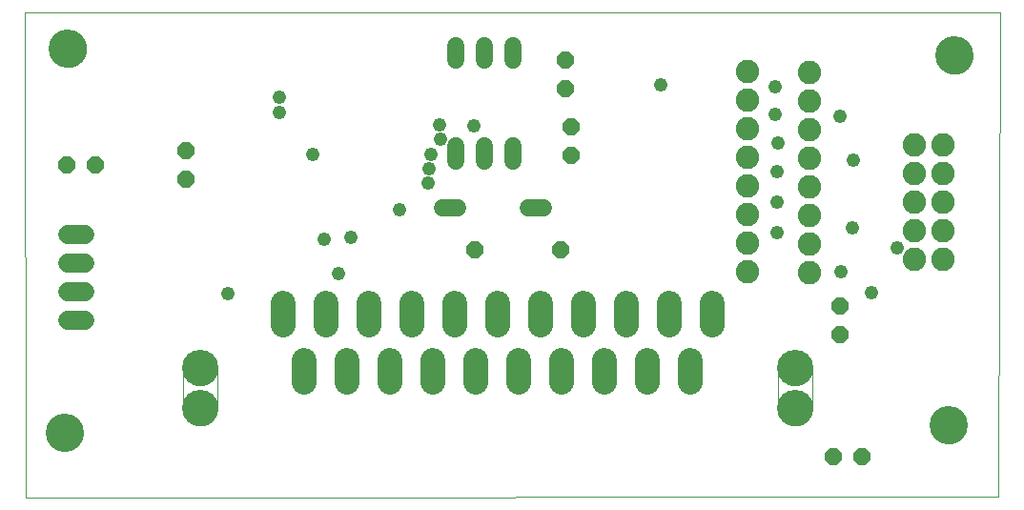
<source format=gbs>
G75*
%MOIN*%
%OFA0B0*%
%FSLAX25Y25*%
%IPPOS*%
%LPD*%
%AMOC8*
5,1,8,0,0,1.08239X$1,22.5*
%
%ADD10C,0.00000*%
%ADD11C,0.13398*%
%ADD12OC8,0.06000*%
%ADD13C,0.06000*%
%ADD14C,0.00009*%
%ADD15C,0.08600*%
%ADD16C,0.12700*%
%ADD17C,0.08200*%
%ADD18C,0.06800*%
%ADD19C,0.04800*%
D10*
X0002378Y0001591D02*
X0001984Y0171394D01*
X0343008Y0171394D01*
X0342614Y0001984D01*
X0002378Y0001591D01*
X0009780Y0024346D02*
X0009782Y0024504D01*
X0009788Y0024662D01*
X0009798Y0024820D01*
X0009812Y0024978D01*
X0009830Y0025135D01*
X0009851Y0025292D01*
X0009877Y0025448D01*
X0009907Y0025604D01*
X0009940Y0025759D01*
X0009978Y0025912D01*
X0010019Y0026065D01*
X0010064Y0026217D01*
X0010113Y0026368D01*
X0010166Y0026517D01*
X0010222Y0026665D01*
X0010282Y0026811D01*
X0010346Y0026956D01*
X0010414Y0027099D01*
X0010485Y0027241D01*
X0010559Y0027381D01*
X0010637Y0027518D01*
X0010719Y0027654D01*
X0010803Y0027788D01*
X0010892Y0027919D01*
X0010983Y0028048D01*
X0011078Y0028175D01*
X0011175Y0028300D01*
X0011276Y0028422D01*
X0011380Y0028541D01*
X0011487Y0028658D01*
X0011597Y0028772D01*
X0011710Y0028883D01*
X0011825Y0028992D01*
X0011943Y0029097D01*
X0012064Y0029199D01*
X0012187Y0029299D01*
X0012313Y0029395D01*
X0012441Y0029488D01*
X0012571Y0029578D01*
X0012704Y0029664D01*
X0012839Y0029748D01*
X0012975Y0029827D01*
X0013114Y0029904D01*
X0013255Y0029976D01*
X0013397Y0030046D01*
X0013541Y0030111D01*
X0013687Y0030173D01*
X0013834Y0030231D01*
X0013983Y0030286D01*
X0014133Y0030337D01*
X0014284Y0030384D01*
X0014436Y0030427D01*
X0014589Y0030466D01*
X0014744Y0030502D01*
X0014899Y0030533D01*
X0015055Y0030561D01*
X0015211Y0030585D01*
X0015368Y0030605D01*
X0015526Y0030621D01*
X0015683Y0030633D01*
X0015842Y0030641D01*
X0016000Y0030645D01*
X0016158Y0030645D01*
X0016316Y0030641D01*
X0016475Y0030633D01*
X0016632Y0030621D01*
X0016790Y0030605D01*
X0016947Y0030585D01*
X0017103Y0030561D01*
X0017259Y0030533D01*
X0017414Y0030502D01*
X0017569Y0030466D01*
X0017722Y0030427D01*
X0017874Y0030384D01*
X0018025Y0030337D01*
X0018175Y0030286D01*
X0018324Y0030231D01*
X0018471Y0030173D01*
X0018617Y0030111D01*
X0018761Y0030046D01*
X0018903Y0029976D01*
X0019044Y0029904D01*
X0019183Y0029827D01*
X0019319Y0029748D01*
X0019454Y0029664D01*
X0019587Y0029578D01*
X0019717Y0029488D01*
X0019845Y0029395D01*
X0019971Y0029299D01*
X0020094Y0029199D01*
X0020215Y0029097D01*
X0020333Y0028992D01*
X0020448Y0028883D01*
X0020561Y0028772D01*
X0020671Y0028658D01*
X0020778Y0028541D01*
X0020882Y0028422D01*
X0020983Y0028300D01*
X0021080Y0028175D01*
X0021175Y0028048D01*
X0021266Y0027919D01*
X0021355Y0027788D01*
X0021439Y0027654D01*
X0021521Y0027518D01*
X0021599Y0027381D01*
X0021673Y0027241D01*
X0021744Y0027099D01*
X0021812Y0026956D01*
X0021876Y0026811D01*
X0021936Y0026665D01*
X0021992Y0026517D01*
X0022045Y0026368D01*
X0022094Y0026217D01*
X0022139Y0026065D01*
X0022180Y0025912D01*
X0022218Y0025759D01*
X0022251Y0025604D01*
X0022281Y0025448D01*
X0022307Y0025292D01*
X0022328Y0025135D01*
X0022346Y0024978D01*
X0022360Y0024820D01*
X0022370Y0024662D01*
X0022376Y0024504D01*
X0022378Y0024346D01*
X0022376Y0024188D01*
X0022370Y0024030D01*
X0022360Y0023872D01*
X0022346Y0023714D01*
X0022328Y0023557D01*
X0022307Y0023400D01*
X0022281Y0023244D01*
X0022251Y0023088D01*
X0022218Y0022933D01*
X0022180Y0022780D01*
X0022139Y0022627D01*
X0022094Y0022475D01*
X0022045Y0022324D01*
X0021992Y0022175D01*
X0021936Y0022027D01*
X0021876Y0021881D01*
X0021812Y0021736D01*
X0021744Y0021593D01*
X0021673Y0021451D01*
X0021599Y0021311D01*
X0021521Y0021174D01*
X0021439Y0021038D01*
X0021355Y0020904D01*
X0021266Y0020773D01*
X0021175Y0020644D01*
X0021080Y0020517D01*
X0020983Y0020392D01*
X0020882Y0020270D01*
X0020778Y0020151D01*
X0020671Y0020034D01*
X0020561Y0019920D01*
X0020448Y0019809D01*
X0020333Y0019700D01*
X0020215Y0019595D01*
X0020094Y0019493D01*
X0019971Y0019393D01*
X0019845Y0019297D01*
X0019717Y0019204D01*
X0019587Y0019114D01*
X0019454Y0019028D01*
X0019319Y0018944D01*
X0019183Y0018865D01*
X0019044Y0018788D01*
X0018903Y0018716D01*
X0018761Y0018646D01*
X0018617Y0018581D01*
X0018471Y0018519D01*
X0018324Y0018461D01*
X0018175Y0018406D01*
X0018025Y0018355D01*
X0017874Y0018308D01*
X0017722Y0018265D01*
X0017569Y0018226D01*
X0017414Y0018190D01*
X0017259Y0018159D01*
X0017103Y0018131D01*
X0016947Y0018107D01*
X0016790Y0018087D01*
X0016632Y0018071D01*
X0016475Y0018059D01*
X0016316Y0018051D01*
X0016158Y0018047D01*
X0016000Y0018047D01*
X0015842Y0018051D01*
X0015683Y0018059D01*
X0015526Y0018071D01*
X0015368Y0018087D01*
X0015211Y0018107D01*
X0015055Y0018131D01*
X0014899Y0018159D01*
X0014744Y0018190D01*
X0014589Y0018226D01*
X0014436Y0018265D01*
X0014284Y0018308D01*
X0014133Y0018355D01*
X0013983Y0018406D01*
X0013834Y0018461D01*
X0013687Y0018519D01*
X0013541Y0018581D01*
X0013397Y0018646D01*
X0013255Y0018716D01*
X0013114Y0018788D01*
X0012975Y0018865D01*
X0012839Y0018944D01*
X0012704Y0019028D01*
X0012571Y0019114D01*
X0012441Y0019204D01*
X0012313Y0019297D01*
X0012187Y0019393D01*
X0012064Y0019493D01*
X0011943Y0019595D01*
X0011825Y0019700D01*
X0011710Y0019809D01*
X0011597Y0019920D01*
X0011487Y0020034D01*
X0011380Y0020151D01*
X0011276Y0020270D01*
X0011175Y0020392D01*
X0011078Y0020517D01*
X0010983Y0020644D01*
X0010892Y0020773D01*
X0010803Y0020904D01*
X0010719Y0021038D01*
X0010637Y0021174D01*
X0010559Y0021311D01*
X0010485Y0021451D01*
X0010414Y0021593D01*
X0010346Y0021736D01*
X0010282Y0021881D01*
X0010222Y0022027D01*
X0010166Y0022175D01*
X0010113Y0022324D01*
X0010064Y0022475D01*
X0010019Y0022627D01*
X0009978Y0022780D01*
X0009940Y0022933D01*
X0009907Y0023088D01*
X0009877Y0023244D01*
X0009851Y0023400D01*
X0009830Y0023557D01*
X0009812Y0023714D01*
X0009798Y0023872D01*
X0009788Y0024030D01*
X0009782Y0024188D01*
X0009780Y0024346D01*
X0057428Y0032921D02*
X0057430Y0033075D01*
X0057436Y0033229D01*
X0057446Y0033382D01*
X0057460Y0033535D01*
X0057478Y0033688D01*
X0057499Y0033840D01*
X0057525Y0033992D01*
X0057555Y0034143D01*
X0057588Y0034293D01*
X0057626Y0034442D01*
X0057667Y0034591D01*
X0057712Y0034738D01*
X0057761Y0034884D01*
X0057814Y0035028D01*
X0057870Y0035171D01*
X0057930Y0035313D01*
X0057994Y0035453D01*
X0058061Y0035591D01*
X0058132Y0035728D01*
X0058206Y0035863D01*
X0058284Y0035995D01*
X0058365Y0036126D01*
X0058450Y0036255D01*
X0058537Y0036381D01*
X0058628Y0036505D01*
X0058723Y0036626D01*
X0058820Y0036746D01*
X0058920Y0036862D01*
X0059024Y0036976D01*
X0059130Y0037087D01*
X0059239Y0037196D01*
X0059351Y0037301D01*
X0059466Y0037404D01*
X0059583Y0037504D01*
X0059703Y0037600D01*
X0059825Y0037694D01*
X0059949Y0037784D01*
X0060076Y0037871D01*
X0060205Y0037955D01*
X0060337Y0038035D01*
X0060470Y0038112D01*
X0060605Y0038185D01*
X0060742Y0038255D01*
X0060881Y0038322D01*
X0061021Y0038384D01*
X0061163Y0038443D01*
X0061307Y0038499D01*
X0061452Y0038551D01*
X0061598Y0038598D01*
X0061745Y0038643D01*
X0061894Y0038683D01*
X0062043Y0038719D01*
X0062194Y0038752D01*
X0062345Y0038781D01*
X0062497Y0038805D01*
X0062649Y0038826D01*
X0062802Y0038843D01*
X0062955Y0038856D01*
X0063109Y0038865D01*
X0063263Y0038870D01*
X0063416Y0038871D01*
X0063570Y0038868D01*
X0063724Y0038861D01*
X0063877Y0038850D01*
X0064031Y0038835D01*
X0064183Y0038816D01*
X0064335Y0038793D01*
X0064487Y0038767D01*
X0064638Y0038736D01*
X0064788Y0038702D01*
X0064937Y0038663D01*
X0065084Y0038621D01*
X0065231Y0038575D01*
X0065377Y0038525D01*
X0065521Y0038472D01*
X0065664Y0038414D01*
X0065805Y0038353D01*
X0065945Y0038289D01*
X0066083Y0038221D01*
X0066219Y0038149D01*
X0066353Y0038074D01*
X0066485Y0037995D01*
X0066615Y0037913D01*
X0066743Y0037828D01*
X0066869Y0037739D01*
X0066992Y0037647D01*
X0067113Y0037552D01*
X0067232Y0037454D01*
X0067348Y0037353D01*
X0067461Y0037249D01*
X0067572Y0037142D01*
X0067679Y0037032D01*
X0067784Y0036919D01*
X0067886Y0036804D01*
X0067985Y0036686D01*
X0068081Y0036566D01*
X0068174Y0036443D01*
X0068263Y0036318D01*
X0068349Y0036191D01*
X0068432Y0036061D01*
X0068512Y0035929D01*
X0068588Y0035796D01*
X0068660Y0035660D01*
X0068729Y0035522D01*
X0068795Y0035383D01*
X0068857Y0035242D01*
X0068915Y0035100D01*
X0068969Y0034956D01*
X0069020Y0034811D01*
X0069067Y0034664D01*
X0069110Y0034517D01*
X0069149Y0034368D01*
X0069185Y0034218D01*
X0069216Y0034068D01*
X0069244Y0033916D01*
X0069268Y0033764D01*
X0069288Y0033612D01*
X0069304Y0033459D01*
X0069316Y0033305D01*
X0069324Y0033152D01*
X0069328Y0032998D01*
X0069328Y0032844D01*
X0069324Y0032690D01*
X0069316Y0032537D01*
X0069304Y0032383D01*
X0069288Y0032230D01*
X0069268Y0032078D01*
X0069244Y0031926D01*
X0069216Y0031774D01*
X0069185Y0031624D01*
X0069149Y0031474D01*
X0069110Y0031325D01*
X0069067Y0031178D01*
X0069020Y0031031D01*
X0068969Y0030886D01*
X0068915Y0030742D01*
X0068857Y0030600D01*
X0068795Y0030459D01*
X0068729Y0030320D01*
X0068660Y0030182D01*
X0068588Y0030046D01*
X0068512Y0029913D01*
X0068432Y0029781D01*
X0068349Y0029651D01*
X0068263Y0029524D01*
X0068174Y0029399D01*
X0068081Y0029276D01*
X0067985Y0029156D01*
X0067886Y0029038D01*
X0067784Y0028923D01*
X0067679Y0028810D01*
X0067572Y0028700D01*
X0067461Y0028593D01*
X0067348Y0028489D01*
X0067232Y0028388D01*
X0067113Y0028290D01*
X0066992Y0028195D01*
X0066869Y0028103D01*
X0066743Y0028014D01*
X0066615Y0027929D01*
X0066485Y0027847D01*
X0066353Y0027768D01*
X0066219Y0027693D01*
X0066083Y0027621D01*
X0065945Y0027553D01*
X0065805Y0027489D01*
X0065664Y0027428D01*
X0065521Y0027370D01*
X0065377Y0027317D01*
X0065231Y0027267D01*
X0065084Y0027221D01*
X0064937Y0027179D01*
X0064788Y0027140D01*
X0064638Y0027106D01*
X0064487Y0027075D01*
X0064335Y0027049D01*
X0064183Y0027026D01*
X0064031Y0027007D01*
X0063877Y0026992D01*
X0063724Y0026981D01*
X0063570Y0026974D01*
X0063416Y0026971D01*
X0063263Y0026972D01*
X0063109Y0026977D01*
X0062955Y0026986D01*
X0062802Y0026999D01*
X0062649Y0027016D01*
X0062497Y0027037D01*
X0062345Y0027061D01*
X0062194Y0027090D01*
X0062043Y0027123D01*
X0061894Y0027159D01*
X0061745Y0027199D01*
X0061598Y0027244D01*
X0061452Y0027291D01*
X0061307Y0027343D01*
X0061163Y0027399D01*
X0061021Y0027458D01*
X0060881Y0027520D01*
X0060742Y0027587D01*
X0060605Y0027657D01*
X0060470Y0027730D01*
X0060337Y0027807D01*
X0060205Y0027887D01*
X0060076Y0027971D01*
X0059949Y0028058D01*
X0059825Y0028148D01*
X0059703Y0028242D01*
X0059583Y0028338D01*
X0059466Y0028438D01*
X0059351Y0028541D01*
X0059239Y0028646D01*
X0059130Y0028755D01*
X0059024Y0028866D01*
X0058920Y0028980D01*
X0058820Y0029096D01*
X0058723Y0029216D01*
X0058628Y0029337D01*
X0058537Y0029461D01*
X0058450Y0029587D01*
X0058365Y0029716D01*
X0058284Y0029847D01*
X0058206Y0029979D01*
X0058132Y0030114D01*
X0058061Y0030251D01*
X0057994Y0030389D01*
X0057930Y0030529D01*
X0057870Y0030671D01*
X0057814Y0030814D01*
X0057761Y0030958D01*
X0057712Y0031104D01*
X0057667Y0031251D01*
X0057626Y0031400D01*
X0057588Y0031549D01*
X0057555Y0031699D01*
X0057525Y0031850D01*
X0057499Y0032002D01*
X0057478Y0032154D01*
X0057460Y0032307D01*
X0057446Y0032460D01*
X0057436Y0032613D01*
X0057430Y0032767D01*
X0057428Y0032921D01*
X0057378Y0032921D02*
X0057380Y0032768D01*
X0057386Y0032615D01*
X0057396Y0032462D01*
X0057409Y0032309D01*
X0057427Y0032157D01*
X0057448Y0032005D01*
X0057474Y0031854D01*
X0057503Y0031704D01*
X0057536Y0031554D01*
X0057573Y0031405D01*
X0057613Y0031257D01*
X0057658Y0031111D01*
X0057706Y0030965D01*
X0057758Y0030821D01*
X0057813Y0030678D01*
X0057872Y0030537D01*
X0057935Y0030397D01*
X0058001Y0030259D01*
X0058071Y0030122D01*
X0058144Y0029988D01*
X0058221Y0029855D01*
X0058301Y0029724D01*
X0058384Y0029596D01*
X0058470Y0029469D01*
X0058560Y0029345D01*
X0058653Y0029223D01*
X0058749Y0029104D01*
X0058848Y0028987D01*
X0058950Y0028872D01*
X0059055Y0028760D01*
X0059163Y0028651D01*
X0059273Y0028545D01*
X0059386Y0028442D01*
X0059502Y0028341D01*
X0059620Y0028244D01*
X0059741Y0028149D01*
X0059864Y0028058D01*
X0059989Y0027970D01*
X0060117Y0027885D01*
X0060246Y0027803D01*
X0060378Y0027725D01*
X0060512Y0027650D01*
X0060647Y0027578D01*
X0060785Y0027510D01*
X0060924Y0027446D01*
X0061064Y0027385D01*
X0061206Y0027328D01*
X0061350Y0027274D01*
X0061495Y0027224D01*
X0061641Y0027178D01*
X0061788Y0027135D01*
X0061936Y0027097D01*
X0062086Y0027062D01*
X0062236Y0027031D01*
X0062386Y0027003D01*
X0062538Y0026980D01*
X0062690Y0026961D01*
X0062842Y0026945D01*
X0062995Y0026933D01*
X0063148Y0026925D01*
X0063301Y0026921D01*
X0063455Y0026921D01*
X0063608Y0026925D01*
X0063761Y0026933D01*
X0063914Y0026945D01*
X0064066Y0026961D01*
X0064218Y0026980D01*
X0064370Y0027003D01*
X0064520Y0027031D01*
X0064670Y0027062D01*
X0064820Y0027097D01*
X0064968Y0027135D01*
X0065115Y0027178D01*
X0065261Y0027224D01*
X0065406Y0027274D01*
X0065550Y0027328D01*
X0065692Y0027385D01*
X0065832Y0027446D01*
X0065971Y0027510D01*
X0066109Y0027578D01*
X0066244Y0027650D01*
X0066378Y0027725D01*
X0066510Y0027803D01*
X0066639Y0027885D01*
X0066767Y0027970D01*
X0066892Y0028058D01*
X0067015Y0028149D01*
X0067136Y0028244D01*
X0067254Y0028341D01*
X0067370Y0028442D01*
X0067483Y0028545D01*
X0067593Y0028651D01*
X0067701Y0028760D01*
X0067806Y0028872D01*
X0067908Y0028987D01*
X0068007Y0029104D01*
X0068103Y0029223D01*
X0068196Y0029345D01*
X0068286Y0029469D01*
X0068372Y0029596D01*
X0068455Y0029724D01*
X0068535Y0029855D01*
X0068612Y0029988D01*
X0068685Y0030122D01*
X0068755Y0030259D01*
X0068821Y0030397D01*
X0068884Y0030537D01*
X0068943Y0030678D01*
X0068998Y0030821D01*
X0069050Y0030965D01*
X0069098Y0031111D01*
X0069143Y0031257D01*
X0069183Y0031405D01*
X0069220Y0031554D01*
X0069253Y0031704D01*
X0069282Y0031854D01*
X0069308Y0032005D01*
X0069329Y0032157D01*
X0069347Y0032309D01*
X0069360Y0032462D01*
X0069370Y0032615D01*
X0069376Y0032768D01*
X0069378Y0032921D01*
X0057428Y0046921D02*
X0057430Y0047075D01*
X0057436Y0047229D01*
X0057446Y0047382D01*
X0057460Y0047535D01*
X0057478Y0047688D01*
X0057499Y0047840D01*
X0057525Y0047992D01*
X0057555Y0048143D01*
X0057588Y0048293D01*
X0057626Y0048442D01*
X0057667Y0048591D01*
X0057712Y0048738D01*
X0057761Y0048884D01*
X0057814Y0049028D01*
X0057870Y0049171D01*
X0057930Y0049313D01*
X0057994Y0049453D01*
X0058061Y0049591D01*
X0058132Y0049728D01*
X0058206Y0049863D01*
X0058284Y0049995D01*
X0058365Y0050126D01*
X0058450Y0050255D01*
X0058537Y0050381D01*
X0058628Y0050505D01*
X0058723Y0050626D01*
X0058820Y0050746D01*
X0058920Y0050862D01*
X0059024Y0050976D01*
X0059130Y0051087D01*
X0059239Y0051196D01*
X0059351Y0051301D01*
X0059466Y0051404D01*
X0059583Y0051504D01*
X0059703Y0051600D01*
X0059825Y0051694D01*
X0059949Y0051784D01*
X0060076Y0051871D01*
X0060205Y0051955D01*
X0060337Y0052035D01*
X0060470Y0052112D01*
X0060605Y0052185D01*
X0060742Y0052255D01*
X0060881Y0052322D01*
X0061021Y0052384D01*
X0061163Y0052443D01*
X0061307Y0052499D01*
X0061452Y0052551D01*
X0061598Y0052598D01*
X0061745Y0052643D01*
X0061894Y0052683D01*
X0062043Y0052719D01*
X0062194Y0052752D01*
X0062345Y0052781D01*
X0062497Y0052805D01*
X0062649Y0052826D01*
X0062802Y0052843D01*
X0062955Y0052856D01*
X0063109Y0052865D01*
X0063263Y0052870D01*
X0063416Y0052871D01*
X0063570Y0052868D01*
X0063724Y0052861D01*
X0063877Y0052850D01*
X0064031Y0052835D01*
X0064183Y0052816D01*
X0064335Y0052793D01*
X0064487Y0052767D01*
X0064638Y0052736D01*
X0064788Y0052702D01*
X0064937Y0052663D01*
X0065084Y0052621D01*
X0065231Y0052575D01*
X0065377Y0052525D01*
X0065521Y0052472D01*
X0065664Y0052414D01*
X0065805Y0052353D01*
X0065945Y0052289D01*
X0066083Y0052221D01*
X0066219Y0052149D01*
X0066353Y0052074D01*
X0066485Y0051995D01*
X0066615Y0051913D01*
X0066743Y0051828D01*
X0066869Y0051739D01*
X0066992Y0051647D01*
X0067113Y0051552D01*
X0067232Y0051454D01*
X0067348Y0051353D01*
X0067461Y0051249D01*
X0067572Y0051142D01*
X0067679Y0051032D01*
X0067784Y0050919D01*
X0067886Y0050804D01*
X0067985Y0050686D01*
X0068081Y0050566D01*
X0068174Y0050443D01*
X0068263Y0050318D01*
X0068349Y0050191D01*
X0068432Y0050061D01*
X0068512Y0049929D01*
X0068588Y0049796D01*
X0068660Y0049660D01*
X0068729Y0049522D01*
X0068795Y0049383D01*
X0068857Y0049242D01*
X0068915Y0049100D01*
X0068969Y0048956D01*
X0069020Y0048811D01*
X0069067Y0048664D01*
X0069110Y0048517D01*
X0069149Y0048368D01*
X0069185Y0048218D01*
X0069216Y0048068D01*
X0069244Y0047916D01*
X0069268Y0047764D01*
X0069288Y0047612D01*
X0069304Y0047459D01*
X0069316Y0047305D01*
X0069324Y0047152D01*
X0069328Y0046998D01*
X0069328Y0046844D01*
X0069324Y0046690D01*
X0069316Y0046537D01*
X0069304Y0046383D01*
X0069288Y0046230D01*
X0069268Y0046078D01*
X0069244Y0045926D01*
X0069216Y0045774D01*
X0069185Y0045624D01*
X0069149Y0045474D01*
X0069110Y0045325D01*
X0069067Y0045178D01*
X0069020Y0045031D01*
X0068969Y0044886D01*
X0068915Y0044742D01*
X0068857Y0044600D01*
X0068795Y0044459D01*
X0068729Y0044320D01*
X0068660Y0044182D01*
X0068588Y0044046D01*
X0068512Y0043913D01*
X0068432Y0043781D01*
X0068349Y0043651D01*
X0068263Y0043524D01*
X0068174Y0043399D01*
X0068081Y0043276D01*
X0067985Y0043156D01*
X0067886Y0043038D01*
X0067784Y0042923D01*
X0067679Y0042810D01*
X0067572Y0042700D01*
X0067461Y0042593D01*
X0067348Y0042489D01*
X0067232Y0042388D01*
X0067113Y0042290D01*
X0066992Y0042195D01*
X0066869Y0042103D01*
X0066743Y0042014D01*
X0066615Y0041929D01*
X0066485Y0041847D01*
X0066353Y0041768D01*
X0066219Y0041693D01*
X0066083Y0041621D01*
X0065945Y0041553D01*
X0065805Y0041489D01*
X0065664Y0041428D01*
X0065521Y0041370D01*
X0065377Y0041317D01*
X0065231Y0041267D01*
X0065084Y0041221D01*
X0064937Y0041179D01*
X0064788Y0041140D01*
X0064638Y0041106D01*
X0064487Y0041075D01*
X0064335Y0041049D01*
X0064183Y0041026D01*
X0064031Y0041007D01*
X0063877Y0040992D01*
X0063724Y0040981D01*
X0063570Y0040974D01*
X0063416Y0040971D01*
X0063263Y0040972D01*
X0063109Y0040977D01*
X0062955Y0040986D01*
X0062802Y0040999D01*
X0062649Y0041016D01*
X0062497Y0041037D01*
X0062345Y0041061D01*
X0062194Y0041090D01*
X0062043Y0041123D01*
X0061894Y0041159D01*
X0061745Y0041199D01*
X0061598Y0041244D01*
X0061452Y0041291D01*
X0061307Y0041343D01*
X0061163Y0041399D01*
X0061021Y0041458D01*
X0060881Y0041520D01*
X0060742Y0041587D01*
X0060605Y0041657D01*
X0060470Y0041730D01*
X0060337Y0041807D01*
X0060205Y0041887D01*
X0060076Y0041971D01*
X0059949Y0042058D01*
X0059825Y0042148D01*
X0059703Y0042242D01*
X0059583Y0042338D01*
X0059466Y0042438D01*
X0059351Y0042541D01*
X0059239Y0042646D01*
X0059130Y0042755D01*
X0059024Y0042866D01*
X0058920Y0042980D01*
X0058820Y0043096D01*
X0058723Y0043216D01*
X0058628Y0043337D01*
X0058537Y0043461D01*
X0058450Y0043587D01*
X0058365Y0043716D01*
X0058284Y0043847D01*
X0058206Y0043979D01*
X0058132Y0044114D01*
X0058061Y0044251D01*
X0057994Y0044389D01*
X0057930Y0044529D01*
X0057870Y0044671D01*
X0057814Y0044814D01*
X0057761Y0044958D01*
X0057712Y0045104D01*
X0057667Y0045251D01*
X0057626Y0045400D01*
X0057588Y0045549D01*
X0057555Y0045699D01*
X0057525Y0045850D01*
X0057499Y0046002D01*
X0057478Y0046154D01*
X0057460Y0046307D01*
X0057446Y0046460D01*
X0057436Y0046613D01*
X0057430Y0046767D01*
X0057428Y0046921D01*
X0057378Y0046921D02*
X0057380Y0047074D01*
X0057386Y0047227D01*
X0057396Y0047380D01*
X0057409Y0047533D01*
X0057427Y0047685D01*
X0057448Y0047837D01*
X0057474Y0047988D01*
X0057503Y0048138D01*
X0057536Y0048288D01*
X0057573Y0048437D01*
X0057613Y0048585D01*
X0057658Y0048731D01*
X0057706Y0048877D01*
X0057758Y0049021D01*
X0057813Y0049164D01*
X0057872Y0049305D01*
X0057935Y0049445D01*
X0058001Y0049583D01*
X0058071Y0049720D01*
X0058144Y0049854D01*
X0058221Y0049987D01*
X0058301Y0050118D01*
X0058384Y0050246D01*
X0058470Y0050373D01*
X0058560Y0050497D01*
X0058653Y0050619D01*
X0058749Y0050738D01*
X0058848Y0050855D01*
X0058950Y0050970D01*
X0059055Y0051082D01*
X0059163Y0051191D01*
X0059273Y0051297D01*
X0059386Y0051400D01*
X0059502Y0051501D01*
X0059620Y0051598D01*
X0059741Y0051693D01*
X0059864Y0051784D01*
X0059989Y0051872D01*
X0060117Y0051957D01*
X0060246Y0052039D01*
X0060378Y0052117D01*
X0060512Y0052192D01*
X0060647Y0052264D01*
X0060785Y0052332D01*
X0060924Y0052396D01*
X0061064Y0052457D01*
X0061206Y0052514D01*
X0061350Y0052568D01*
X0061495Y0052618D01*
X0061641Y0052664D01*
X0061788Y0052707D01*
X0061936Y0052745D01*
X0062086Y0052780D01*
X0062236Y0052811D01*
X0062386Y0052839D01*
X0062538Y0052862D01*
X0062690Y0052881D01*
X0062842Y0052897D01*
X0062995Y0052909D01*
X0063148Y0052917D01*
X0063301Y0052921D01*
X0063455Y0052921D01*
X0063608Y0052917D01*
X0063761Y0052909D01*
X0063914Y0052897D01*
X0064066Y0052881D01*
X0064218Y0052862D01*
X0064370Y0052839D01*
X0064520Y0052811D01*
X0064670Y0052780D01*
X0064820Y0052745D01*
X0064968Y0052707D01*
X0065115Y0052664D01*
X0065261Y0052618D01*
X0065406Y0052568D01*
X0065550Y0052514D01*
X0065692Y0052457D01*
X0065832Y0052396D01*
X0065971Y0052332D01*
X0066109Y0052264D01*
X0066244Y0052192D01*
X0066378Y0052117D01*
X0066510Y0052039D01*
X0066639Y0051957D01*
X0066767Y0051872D01*
X0066892Y0051784D01*
X0067015Y0051693D01*
X0067136Y0051598D01*
X0067254Y0051501D01*
X0067370Y0051400D01*
X0067483Y0051297D01*
X0067593Y0051191D01*
X0067701Y0051082D01*
X0067806Y0050970D01*
X0067908Y0050855D01*
X0068007Y0050738D01*
X0068103Y0050619D01*
X0068196Y0050497D01*
X0068286Y0050373D01*
X0068372Y0050246D01*
X0068455Y0050118D01*
X0068535Y0049987D01*
X0068612Y0049854D01*
X0068685Y0049720D01*
X0068755Y0049583D01*
X0068821Y0049445D01*
X0068884Y0049305D01*
X0068943Y0049164D01*
X0068998Y0049021D01*
X0069050Y0048877D01*
X0069098Y0048731D01*
X0069143Y0048585D01*
X0069183Y0048437D01*
X0069220Y0048288D01*
X0069253Y0048138D01*
X0069282Y0047988D01*
X0069308Y0047837D01*
X0069329Y0047685D01*
X0069347Y0047533D01*
X0069360Y0047380D01*
X0069370Y0047227D01*
X0069376Y0047074D01*
X0069378Y0046921D01*
X0265428Y0046921D02*
X0265430Y0047075D01*
X0265436Y0047229D01*
X0265446Y0047382D01*
X0265460Y0047535D01*
X0265478Y0047688D01*
X0265499Y0047840D01*
X0265525Y0047992D01*
X0265555Y0048143D01*
X0265588Y0048293D01*
X0265626Y0048442D01*
X0265667Y0048591D01*
X0265712Y0048738D01*
X0265761Y0048884D01*
X0265814Y0049028D01*
X0265870Y0049171D01*
X0265930Y0049313D01*
X0265994Y0049453D01*
X0266061Y0049591D01*
X0266132Y0049728D01*
X0266206Y0049863D01*
X0266284Y0049995D01*
X0266365Y0050126D01*
X0266450Y0050255D01*
X0266537Y0050381D01*
X0266628Y0050505D01*
X0266723Y0050626D01*
X0266820Y0050746D01*
X0266920Y0050862D01*
X0267024Y0050976D01*
X0267130Y0051087D01*
X0267239Y0051196D01*
X0267351Y0051301D01*
X0267466Y0051404D01*
X0267583Y0051504D01*
X0267703Y0051600D01*
X0267825Y0051694D01*
X0267949Y0051784D01*
X0268076Y0051871D01*
X0268205Y0051955D01*
X0268337Y0052035D01*
X0268470Y0052112D01*
X0268605Y0052185D01*
X0268742Y0052255D01*
X0268881Y0052322D01*
X0269021Y0052384D01*
X0269163Y0052443D01*
X0269307Y0052499D01*
X0269452Y0052551D01*
X0269598Y0052598D01*
X0269745Y0052643D01*
X0269894Y0052683D01*
X0270043Y0052719D01*
X0270194Y0052752D01*
X0270345Y0052781D01*
X0270497Y0052805D01*
X0270649Y0052826D01*
X0270802Y0052843D01*
X0270955Y0052856D01*
X0271109Y0052865D01*
X0271263Y0052870D01*
X0271416Y0052871D01*
X0271570Y0052868D01*
X0271724Y0052861D01*
X0271877Y0052850D01*
X0272031Y0052835D01*
X0272183Y0052816D01*
X0272335Y0052793D01*
X0272487Y0052767D01*
X0272638Y0052736D01*
X0272788Y0052702D01*
X0272937Y0052663D01*
X0273084Y0052621D01*
X0273231Y0052575D01*
X0273377Y0052525D01*
X0273521Y0052472D01*
X0273664Y0052414D01*
X0273805Y0052353D01*
X0273945Y0052289D01*
X0274083Y0052221D01*
X0274219Y0052149D01*
X0274353Y0052074D01*
X0274485Y0051995D01*
X0274615Y0051913D01*
X0274743Y0051828D01*
X0274869Y0051739D01*
X0274992Y0051647D01*
X0275113Y0051552D01*
X0275232Y0051454D01*
X0275348Y0051353D01*
X0275461Y0051249D01*
X0275572Y0051142D01*
X0275679Y0051032D01*
X0275784Y0050919D01*
X0275886Y0050804D01*
X0275985Y0050686D01*
X0276081Y0050566D01*
X0276174Y0050443D01*
X0276263Y0050318D01*
X0276349Y0050191D01*
X0276432Y0050061D01*
X0276512Y0049929D01*
X0276588Y0049796D01*
X0276660Y0049660D01*
X0276729Y0049522D01*
X0276795Y0049383D01*
X0276857Y0049242D01*
X0276915Y0049100D01*
X0276969Y0048956D01*
X0277020Y0048811D01*
X0277067Y0048664D01*
X0277110Y0048517D01*
X0277149Y0048368D01*
X0277185Y0048218D01*
X0277216Y0048068D01*
X0277244Y0047916D01*
X0277268Y0047764D01*
X0277288Y0047612D01*
X0277304Y0047459D01*
X0277316Y0047305D01*
X0277324Y0047152D01*
X0277328Y0046998D01*
X0277328Y0046844D01*
X0277324Y0046690D01*
X0277316Y0046537D01*
X0277304Y0046383D01*
X0277288Y0046230D01*
X0277268Y0046078D01*
X0277244Y0045926D01*
X0277216Y0045774D01*
X0277185Y0045624D01*
X0277149Y0045474D01*
X0277110Y0045325D01*
X0277067Y0045178D01*
X0277020Y0045031D01*
X0276969Y0044886D01*
X0276915Y0044742D01*
X0276857Y0044600D01*
X0276795Y0044459D01*
X0276729Y0044320D01*
X0276660Y0044182D01*
X0276588Y0044046D01*
X0276512Y0043913D01*
X0276432Y0043781D01*
X0276349Y0043651D01*
X0276263Y0043524D01*
X0276174Y0043399D01*
X0276081Y0043276D01*
X0275985Y0043156D01*
X0275886Y0043038D01*
X0275784Y0042923D01*
X0275679Y0042810D01*
X0275572Y0042700D01*
X0275461Y0042593D01*
X0275348Y0042489D01*
X0275232Y0042388D01*
X0275113Y0042290D01*
X0274992Y0042195D01*
X0274869Y0042103D01*
X0274743Y0042014D01*
X0274615Y0041929D01*
X0274485Y0041847D01*
X0274353Y0041768D01*
X0274219Y0041693D01*
X0274083Y0041621D01*
X0273945Y0041553D01*
X0273805Y0041489D01*
X0273664Y0041428D01*
X0273521Y0041370D01*
X0273377Y0041317D01*
X0273231Y0041267D01*
X0273084Y0041221D01*
X0272937Y0041179D01*
X0272788Y0041140D01*
X0272638Y0041106D01*
X0272487Y0041075D01*
X0272335Y0041049D01*
X0272183Y0041026D01*
X0272031Y0041007D01*
X0271877Y0040992D01*
X0271724Y0040981D01*
X0271570Y0040974D01*
X0271416Y0040971D01*
X0271263Y0040972D01*
X0271109Y0040977D01*
X0270955Y0040986D01*
X0270802Y0040999D01*
X0270649Y0041016D01*
X0270497Y0041037D01*
X0270345Y0041061D01*
X0270194Y0041090D01*
X0270043Y0041123D01*
X0269894Y0041159D01*
X0269745Y0041199D01*
X0269598Y0041244D01*
X0269452Y0041291D01*
X0269307Y0041343D01*
X0269163Y0041399D01*
X0269021Y0041458D01*
X0268881Y0041520D01*
X0268742Y0041587D01*
X0268605Y0041657D01*
X0268470Y0041730D01*
X0268337Y0041807D01*
X0268205Y0041887D01*
X0268076Y0041971D01*
X0267949Y0042058D01*
X0267825Y0042148D01*
X0267703Y0042242D01*
X0267583Y0042338D01*
X0267466Y0042438D01*
X0267351Y0042541D01*
X0267239Y0042646D01*
X0267130Y0042755D01*
X0267024Y0042866D01*
X0266920Y0042980D01*
X0266820Y0043096D01*
X0266723Y0043216D01*
X0266628Y0043337D01*
X0266537Y0043461D01*
X0266450Y0043587D01*
X0266365Y0043716D01*
X0266284Y0043847D01*
X0266206Y0043979D01*
X0266132Y0044114D01*
X0266061Y0044251D01*
X0265994Y0044389D01*
X0265930Y0044529D01*
X0265870Y0044671D01*
X0265814Y0044814D01*
X0265761Y0044958D01*
X0265712Y0045104D01*
X0265667Y0045251D01*
X0265626Y0045400D01*
X0265588Y0045549D01*
X0265555Y0045699D01*
X0265525Y0045850D01*
X0265499Y0046002D01*
X0265478Y0046154D01*
X0265460Y0046307D01*
X0265446Y0046460D01*
X0265436Y0046613D01*
X0265430Y0046767D01*
X0265428Y0046921D01*
X0265378Y0046921D02*
X0265380Y0047074D01*
X0265386Y0047227D01*
X0265396Y0047380D01*
X0265409Y0047533D01*
X0265427Y0047685D01*
X0265448Y0047837D01*
X0265474Y0047988D01*
X0265503Y0048138D01*
X0265536Y0048288D01*
X0265573Y0048437D01*
X0265613Y0048585D01*
X0265658Y0048731D01*
X0265706Y0048877D01*
X0265758Y0049021D01*
X0265813Y0049164D01*
X0265872Y0049305D01*
X0265935Y0049445D01*
X0266001Y0049583D01*
X0266071Y0049720D01*
X0266144Y0049854D01*
X0266221Y0049987D01*
X0266301Y0050118D01*
X0266384Y0050246D01*
X0266470Y0050373D01*
X0266560Y0050497D01*
X0266653Y0050619D01*
X0266749Y0050738D01*
X0266848Y0050855D01*
X0266950Y0050970D01*
X0267055Y0051082D01*
X0267163Y0051191D01*
X0267273Y0051297D01*
X0267386Y0051400D01*
X0267502Y0051501D01*
X0267620Y0051598D01*
X0267741Y0051693D01*
X0267864Y0051784D01*
X0267989Y0051872D01*
X0268117Y0051957D01*
X0268246Y0052039D01*
X0268378Y0052117D01*
X0268512Y0052192D01*
X0268647Y0052264D01*
X0268785Y0052332D01*
X0268924Y0052396D01*
X0269064Y0052457D01*
X0269206Y0052514D01*
X0269350Y0052568D01*
X0269495Y0052618D01*
X0269641Y0052664D01*
X0269788Y0052707D01*
X0269936Y0052745D01*
X0270086Y0052780D01*
X0270236Y0052811D01*
X0270386Y0052839D01*
X0270538Y0052862D01*
X0270690Y0052881D01*
X0270842Y0052897D01*
X0270995Y0052909D01*
X0271148Y0052917D01*
X0271301Y0052921D01*
X0271455Y0052921D01*
X0271608Y0052917D01*
X0271761Y0052909D01*
X0271914Y0052897D01*
X0272066Y0052881D01*
X0272218Y0052862D01*
X0272370Y0052839D01*
X0272520Y0052811D01*
X0272670Y0052780D01*
X0272820Y0052745D01*
X0272968Y0052707D01*
X0273115Y0052664D01*
X0273261Y0052618D01*
X0273406Y0052568D01*
X0273550Y0052514D01*
X0273692Y0052457D01*
X0273832Y0052396D01*
X0273971Y0052332D01*
X0274109Y0052264D01*
X0274244Y0052192D01*
X0274378Y0052117D01*
X0274510Y0052039D01*
X0274639Y0051957D01*
X0274767Y0051872D01*
X0274892Y0051784D01*
X0275015Y0051693D01*
X0275136Y0051598D01*
X0275254Y0051501D01*
X0275370Y0051400D01*
X0275483Y0051297D01*
X0275593Y0051191D01*
X0275701Y0051082D01*
X0275806Y0050970D01*
X0275908Y0050855D01*
X0276007Y0050738D01*
X0276103Y0050619D01*
X0276196Y0050497D01*
X0276286Y0050373D01*
X0276372Y0050246D01*
X0276455Y0050118D01*
X0276535Y0049987D01*
X0276612Y0049854D01*
X0276685Y0049720D01*
X0276755Y0049583D01*
X0276821Y0049445D01*
X0276884Y0049305D01*
X0276943Y0049164D01*
X0276998Y0049021D01*
X0277050Y0048877D01*
X0277098Y0048731D01*
X0277143Y0048585D01*
X0277183Y0048437D01*
X0277220Y0048288D01*
X0277253Y0048138D01*
X0277282Y0047988D01*
X0277308Y0047837D01*
X0277329Y0047685D01*
X0277347Y0047533D01*
X0277360Y0047380D01*
X0277370Y0047227D01*
X0277376Y0047074D01*
X0277378Y0046921D01*
X0265428Y0032921D02*
X0265430Y0033075D01*
X0265436Y0033229D01*
X0265446Y0033382D01*
X0265460Y0033535D01*
X0265478Y0033688D01*
X0265499Y0033840D01*
X0265525Y0033992D01*
X0265555Y0034143D01*
X0265588Y0034293D01*
X0265626Y0034442D01*
X0265667Y0034591D01*
X0265712Y0034738D01*
X0265761Y0034884D01*
X0265814Y0035028D01*
X0265870Y0035171D01*
X0265930Y0035313D01*
X0265994Y0035453D01*
X0266061Y0035591D01*
X0266132Y0035728D01*
X0266206Y0035863D01*
X0266284Y0035995D01*
X0266365Y0036126D01*
X0266450Y0036255D01*
X0266537Y0036381D01*
X0266628Y0036505D01*
X0266723Y0036626D01*
X0266820Y0036746D01*
X0266920Y0036862D01*
X0267024Y0036976D01*
X0267130Y0037087D01*
X0267239Y0037196D01*
X0267351Y0037301D01*
X0267466Y0037404D01*
X0267583Y0037504D01*
X0267703Y0037600D01*
X0267825Y0037694D01*
X0267949Y0037784D01*
X0268076Y0037871D01*
X0268205Y0037955D01*
X0268337Y0038035D01*
X0268470Y0038112D01*
X0268605Y0038185D01*
X0268742Y0038255D01*
X0268881Y0038322D01*
X0269021Y0038384D01*
X0269163Y0038443D01*
X0269307Y0038499D01*
X0269452Y0038551D01*
X0269598Y0038598D01*
X0269745Y0038643D01*
X0269894Y0038683D01*
X0270043Y0038719D01*
X0270194Y0038752D01*
X0270345Y0038781D01*
X0270497Y0038805D01*
X0270649Y0038826D01*
X0270802Y0038843D01*
X0270955Y0038856D01*
X0271109Y0038865D01*
X0271263Y0038870D01*
X0271416Y0038871D01*
X0271570Y0038868D01*
X0271724Y0038861D01*
X0271877Y0038850D01*
X0272031Y0038835D01*
X0272183Y0038816D01*
X0272335Y0038793D01*
X0272487Y0038767D01*
X0272638Y0038736D01*
X0272788Y0038702D01*
X0272937Y0038663D01*
X0273084Y0038621D01*
X0273231Y0038575D01*
X0273377Y0038525D01*
X0273521Y0038472D01*
X0273664Y0038414D01*
X0273805Y0038353D01*
X0273945Y0038289D01*
X0274083Y0038221D01*
X0274219Y0038149D01*
X0274353Y0038074D01*
X0274485Y0037995D01*
X0274615Y0037913D01*
X0274743Y0037828D01*
X0274869Y0037739D01*
X0274992Y0037647D01*
X0275113Y0037552D01*
X0275232Y0037454D01*
X0275348Y0037353D01*
X0275461Y0037249D01*
X0275572Y0037142D01*
X0275679Y0037032D01*
X0275784Y0036919D01*
X0275886Y0036804D01*
X0275985Y0036686D01*
X0276081Y0036566D01*
X0276174Y0036443D01*
X0276263Y0036318D01*
X0276349Y0036191D01*
X0276432Y0036061D01*
X0276512Y0035929D01*
X0276588Y0035796D01*
X0276660Y0035660D01*
X0276729Y0035522D01*
X0276795Y0035383D01*
X0276857Y0035242D01*
X0276915Y0035100D01*
X0276969Y0034956D01*
X0277020Y0034811D01*
X0277067Y0034664D01*
X0277110Y0034517D01*
X0277149Y0034368D01*
X0277185Y0034218D01*
X0277216Y0034068D01*
X0277244Y0033916D01*
X0277268Y0033764D01*
X0277288Y0033612D01*
X0277304Y0033459D01*
X0277316Y0033305D01*
X0277324Y0033152D01*
X0277328Y0032998D01*
X0277328Y0032844D01*
X0277324Y0032690D01*
X0277316Y0032537D01*
X0277304Y0032383D01*
X0277288Y0032230D01*
X0277268Y0032078D01*
X0277244Y0031926D01*
X0277216Y0031774D01*
X0277185Y0031624D01*
X0277149Y0031474D01*
X0277110Y0031325D01*
X0277067Y0031178D01*
X0277020Y0031031D01*
X0276969Y0030886D01*
X0276915Y0030742D01*
X0276857Y0030600D01*
X0276795Y0030459D01*
X0276729Y0030320D01*
X0276660Y0030182D01*
X0276588Y0030046D01*
X0276512Y0029913D01*
X0276432Y0029781D01*
X0276349Y0029651D01*
X0276263Y0029524D01*
X0276174Y0029399D01*
X0276081Y0029276D01*
X0275985Y0029156D01*
X0275886Y0029038D01*
X0275784Y0028923D01*
X0275679Y0028810D01*
X0275572Y0028700D01*
X0275461Y0028593D01*
X0275348Y0028489D01*
X0275232Y0028388D01*
X0275113Y0028290D01*
X0274992Y0028195D01*
X0274869Y0028103D01*
X0274743Y0028014D01*
X0274615Y0027929D01*
X0274485Y0027847D01*
X0274353Y0027768D01*
X0274219Y0027693D01*
X0274083Y0027621D01*
X0273945Y0027553D01*
X0273805Y0027489D01*
X0273664Y0027428D01*
X0273521Y0027370D01*
X0273377Y0027317D01*
X0273231Y0027267D01*
X0273084Y0027221D01*
X0272937Y0027179D01*
X0272788Y0027140D01*
X0272638Y0027106D01*
X0272487Y0027075D01*
X0272335Y0027049D01*
X0272183Y0027026D01*
X0272031Y0027007D01*
X0271877Y0026992D01*
X0271724Y0026981D01*
X0271570Y0026974D01*
X0271416Y0026971D01*
X0271263Y0026972D01*
X0271109Y0026977D01*
X0270955Y0026986D01*
X0270802Y0026999D01*
X0270649Y0027016D01*
X0270497Y0027037D01*
X0270345Y0027061D01*
X0270194Y0027090D01*
X0270043Y0027123D01*
X0269894Y0027159D01*
X0269745Y0027199D01*
X0269598Y0027244D01*
X0269452Y0027291D01*
X0269307Y0027343D01*
X0269163Y0027399D01*
X0269021Y0027458D01*
X0268881Y0027520D01*
X0268742Y0027587D01*
X0268605Y0027657D01*
X0268470Y0027730D01*
X0268337Y0027807D01*
X0268205Y0027887D01*
X0268076Y0027971D01*
X0267949Y0028058D01*
X0267825Y0028148D01*
X0267703Y0028242D01*
X0267583Y0028338D01*
X0267466Y0028438D01*
X0267351Y0028541D01*
X0267239Y0028646D01*
X0267130Y0028755D01*
X0267024Y0028866D01*
X0266920Y0028980D01*
X0266820Y0029096D01*
X0266723Y0029216D01*
X0266628Y0029337D01*
X0266537Y0029461D01*
X0266450Y0029587D01*
X0266365Y0029716D01*
X0266284Y0029847D01*
X0266206Y0029979D01*
X0266132Y0030114D01*
X0266061Y0030251D01*
X0265994Y0030389D01*
X0265930Y0030529D01*
X0265870Y0030671D01*
X0265814Y0030814D01*
X0265761Y0030958D01*
X0265712Y0031104D01*
X0265667Y0031251D01*
X0265626Y0031400D01*
X0265588Y0031549D01*
X0265555Y0031699D01*
X0265525Y0031850D01*
X0265499Y0032002D01*
X0265478Y0032154D01*
X0265460Y0032307D01*
X0265446Y0032460D01*
X0265436Y0032613D01*
X0265430Y0032767D01*
X0265428Y0032921D01*
X0265378Y0032921D02*
X0265380Y0032768D01*
X0265386Y0032615D01*
X0265396Y0032462D01*
X0265409Y0032309D01*
X0265427Y0032157D01*
X0265448Y0032005D01*
X0265474Y0031854D01*
X0265503Y0031704D01*
X0265536Y0031554D01*
X0265573Y0031405D01*
X0265613Y0031257D01*
X0265658Y0031111D01*
X0265706Y0030965D01*
X0265758Y0030821D01*
X0265813Y0030678D01*
X0265872Y0030537D01*
X0265935Y0030397D01*
X0266001Y0030259D01*
X0266071Y0030122D01*
X0266144Y0029988D01*
X0266221Y0029855D01*
X0266301Y0029724D01*
X0266384Y0029596D01*
X0266470Y0029469D01*
X0266560Y0029345D01*
X0266653Y0029223D01*
X0266749Y0029104D01*
X0266848Y0028987D01*
X0266950Y0028872D01*
X0267055Y0028760D01*
X0267163Y0028651D01*
X0267273Y0028545D01*
X0267386Y0028442D01*
X0267502Y0028341D01*
X0267620Y0028244D01*
X0267741Y0028149D01*
X0267864Y0028058D01*
X0267989Y0027970D01*
X0268117Y0027885D01*
X0268246Y0027803D01*
X0268378Y0027725D01*
X0268512Y0027650D01*
X0268647Y0027578D01*
X0268785Y0027510D01*
X0268924Y0027446D01*
X0269064Y0027385D01*
X0269206Y0027328D01*
X0269350Y0027274D01*
X0269495Y0027224D01*
X0269641Y0027178D01*
X0269788Y0027135D01*
X0269936Y0027097D01*
X0270086Y0027062D01*
X0270236Y0027031D01*
X0270386Y0027003D01*
X0270538Y0026980D01*
X0270690Y0026961D01*
X0270842Y0026945D01*
X0270995Y0026933D01*
X0271148Y0026925D01*
X0271301Y0026921D01*
X0271455Y0026921D01*
X0271608Y0026925D01*
X0271761Y0026933D01*
X0271914Y0026945D01*
X0272066Y0026961D01*
X0272218Y0026980D01*
X0272370Y0027003D01*
X0272520Y0027031D01*
X0272670Y0027062D01*
X0272820Y0027097D01*
X0272968Y0027135D01*
X0273115Y0027178D01*
X0273261Y0027224D01*
X0273406Y0027274D01*
X0273550Y0027328D01*
X0273692Y0027385D01*
X0273832Y0027446D01*
X0273971Y0027510D01*
X0274109Y0027578D01*
X0274244Y0027650D01*
X0274378Y0027725D01*
X0274510Y0027803D01*
X0274639Y0027885D01*
X0274767Y0027970D01*
X0274892Y0028058D01*
X0275015Y0028149D01*
X0275136Y0028244D01*
X0275254Y0028341D01*
X0275370Y0028442D01*
X0275483Y0028545D01*
X0275593Y0028651D01*
X0275701Y0028760D01*
X0275806Y0028872D01*
X0275908Y0028987D01*
X0276007Y0029104D01*
X0276103Y0029223D01*
X0276196Y0029345D01*
X0276286Y0029469D01*
X0276372Y0029596D01*
X0276455Y0029724D01*
X0276535Y0029855D01*
X0276612Y0029988D01*
X0276685Y0030122D01*
X0276755Y0030259D01*
X0276821Y0030397D01*
X0276884Y0030537D01*
X0276943Y0030678D01*
X0276998Y0030821D01*
X0277050Y0030965D01*
X0277098Y0031111D01*
X0277143Y0031257D01*
X0277183Y0031405D01*
X0277220Y0031554D01*
X0277253Y0031704D01*
X0277282Y0031854D01*
X0277308Y0032005D01*
X0277329Y0032157D01*
X0277347Y0032309D01*
X0277360Y0032462D01*
X0277370Y0032615D01*
X0277376Y0032768D01*
X0277378Y0032921D01*
X0318756Y0026984D02*
X0318758Y0027142D01*
X0318764Y0027300D01*
X0318774Y0027458D01*
X0318788Y0027616D01*
X0318806Y0027773D01*
X0318827Y0027930D01*
X0318853Y0028086D01*
X0318883Y0028242D01*
X0318916Y0028397D01*
X0318954Y0028550D01*
X0318995Y0028703D01*
X0319040Y0028855D01*
X0319089Y0029006D01*
X0319142Y0029155D01*
X0319198Y0029303D01*
X0319258Y0029449D01*
X0319322Y0029594D01*
X0319390Y0029737D01*
X0319461Y0029879D01*
X0319535Y0030019D01*
X0319613Y0030156D01*
X0319695Y0030292D01*
X0319779Y0030426D01*
X0319868Y0030557D01*
X0319959Y0030686D01*
X0320054Y0030813D01*
X0320151Y0030938D01*
X0320252Y0031060D01*
X0320356Y0031179D01*
X0320463Y0031296D01*
X0320573Y0031410D01*
X0320686Y0031521D01*
X0320801Y0031630D01*
X0320919Y0031735D01*
X0321040Y0031837D01*
X0321163Y0031937D01*
X0321289Y0032033D01*
X0321417Y0032126D01*
X0321547Y0032216D01*
X0321680Y0032302D01*
X0321815Y0032386D01*
X0321951Y0032465D01*
X0322090Y0032542D01*
X0322231Y0032614D01*
X0322373Y0032684D01*
X0322517Y0032749D01*
X0322663Y0032811D01*
X0322810Y0032869D01*
X0322959Y0032924D01*
X0323109Y0032975D01*
X0323260Y0033022D01*
X0323412Y0033065D01*
X0323565Y0033104D01*
X0323720Y0033140D01*
X0323875Y0033171D01*
X0324031Y0033199D01*
X0324187Y0033223D01*
X0324344Y0033243D01*
X0324502Y0033259D01*
X0324659Y0033271D01*
X0324818Y0033279D01*
X0324976Y0033283D01*
X0325134Y0033283D01*
X0325292Y0033279D01*
X0325451Y0033271D01*
X0325608Y0033259D01*
X0325766Y0033243D01*
X0325923Y0033223D01*
X0326079Y0033199D01*
X0326235Y0033171D01*
X0326390Y0033140D01*
X0326545Y0033104D01*
X0326698Y0033065D01*
X0326850Y0033022D01*
X0327001Y0032975D01*
X0327151Y0032924D01*
X0327300Y0032869D01*
X0327447Y0032811D01*
X0327593Y0032749D01*
X0327737Y0032684D01*
X0327879Y0032614D01*
X0328020Y0032542D01*
X0328159Y0032465D01*
X0328295Y0032386D01*
X0328430Y0032302D01*
X0328563Y0032216D01*
X0328693Y0032126D01*
X0328821Y0032033D01*
X0328947Y0031937D01*
X0329070Y0031837D01*
X0329191Y0031735D01*
X0329309Y0031630D01*
X0329424Y0031521D01*
X0329537Y0031410D01*
X0329647Y0031296D01*
X0329754Y0031179D01*
X0329858Y0031060D01*
X0329959Y0030938D01*
X0330056Y0030813D01*
X0330151Y0030686D01*
X0330242Y0030557D01*
X0330331Y0030426D01*
X0330415Y0030292D01*
X0330497Y0030156D01*
X0330575Y0030019D01*
X0330649Y0029879D01*
X0330720Y0029737D01*
X0330788Y0029594D01*
X0330852Y0029449D01*
X0330912Y0029303D01*
X0330968Y0029155D01*
X0331021Y0029006D01*
X0331070Y0028855D01*
X0331115Y0028703D01*
X0331156Y0028550D01*
X0331194Y0028397D01*
X0331227Y0028242D01*
X0331257Y0028086D01*
X0331283Y0027930D01*
X0331304Y0027773D01*
X0331322Y0027616D01*
X0331336Y0027458D01*
X0331346Y0027300D01*
X0331352Y0027142D01*
X0331354Y0026984D01*
X0331352Y0026826D01*
X0331346Y0026668D01*
X0331336Y0026510D01*
X0331322Y0026352D01*
X0331304Y0026195D01*
X0331283Y0026038D01*
X0331257Y0025882D01*
X0331227Y0025726D01*
X0331194Y0025571D01*
X0331156Y0025418D01*
X0331115Y0025265D01*
X0331070Y0025113D01*
X0331021Y0024962D01*
X0330968Y0024813D01*
X0330912Y0024665D01*
X0330852Y0024519D01*
X0330788Y0024374D01*
X0330720Y0024231D01*
X0330649Y0024089D01*
X0330575Y0023949D01*
X0330497Y0023812D01*
X0330415Y0023676D01*
X0330331Y0023542D01*
X0330242Y0023411D01*
X0330151Y0023282D01*
X0330056Y0023155D01*
X0329959Y0023030D01*
X0329858Y0022908D01*
X0329754Y0022789D01*
X0329647Y0022672D01*
X0329537Y0022558D01*
X0329424Y0022447D01*
X0329309Y0022338D01*
X0329191Y0022233D01*
X0329070Y0022131D01*
X0328947Y0022031D01*
X0328821Y0021935D01*
X0328693Y0021842D01*
X0328563Y0021752D01*
X0328430Y0021666D01*
X0328295Y0021582D01*
X0328159Y0021503D01*
X0328020Y0021426D01*
X0327879Y0021354D01*
X0327737Y0021284D01*
X0327593Y0021219D01*
X0327447Y0021157D01*
X0327300Y0021099D01*
X0327151Y0021044D01*
X0327001Y0020993D01*
X0326850Y0020946D01*
X0326698Y0020903D01*
X0326545Y0020864D01*
X0326390Y0020828D01*
X0326235Y0020797D01*
X0326079Y0020769D01*
X0325923Y0020745D01*
X0325766Y0020725D01*
X0325608Y0020709D01*
X0325451Y0020697D01*
X0325292Y0020689D01*
X0325134Y0020685D01*
X0324976Y0020685D01*
X0324818Y0020689D01*
X0324659Y0020697D01*
X0324502Y0020709D01*
X0324344Y0020725D01*
X0324187Y0020745D01*
X0324031Y0020769D01*
X0323875Y0020797D01*
X0323720Y0020828D01*
X0323565Y0020864D01*
X0323412Y0020903D01*
X0323260Y0020946D01*
X0323109Y0020993D01*
X0322959Y0021044D01*
X0322810Y0021099D01*
X0322663Y0021157D01*
X0322517Y0021219D01*
X0322373Y0021284D01*
X0322231Y0021354D01*
X0322090Y0021426D01*
X0321951Y0021503D01*
X0321815Y0021582D01*
X0321680Y0021666D01*
X0321547Y0021752D01*
X0321417Y0021842D01*
X0321289Y0021935D01*
X0321163Y0022031D01*
X0321040Y0022131D01*
X0320919Y0022233D01*
X0320801Y0022338D01*
X0320686Y0022447D01*
X0320573Y0022558D01*
X0320463Y0022672D01*
X0320356Y0022789D01*
X0320252Y0022908D01*
X0320151Y0023030D01*
X0320054Y0023155D01*
X0319959Y0023282D01*
X0319868Y0023411D01*
X0319779Y0023542D01*
X0319695Y0023676D01*
X0319613Y0023812D01*
X0319535Y0023949D01*
X0319461Y0024089D01*
X0319390Y0024231D01*
X0319322Y0024374D01*
X0319258Y0024519D01*
X0319198Y0024665D01*
X0319142Y0024813D01*
X0319089Y0024962D01*
X0319040Y0025113D01*
X0318995Y0025265D01*
X0318954Y0025418D01*
X0318916Y0025571D01*
X0318883Y0025726D01*
X0318853Y0025882D01*
X0318827Y0026038D01*
X0318806Y0026195D01*
X0318788Y0026352D01*
X0318774Y0026510D01*
X0318764Y0026668D01*
X0318758Y0026826D01*
X0318756Y0026984D01*
X0320843Y0156236D02*
X0320845Y0156394D01*
X0320851Y0156552D01*
X0320861Y0156710D01*
X0320875Y0156868D01*
X0320893Y0157025D01*
X0320914Y0157182D01*
X0320940Y0157338D01*
X0320970Y0157494D01*
X0321003Y0157649D01*
X0321041Y0157802D01*
X0321082Y0157955D01*
X0321127Y0158107D01*
X0321176Y0158258D01*
X0321229Y0158407D01*
X0321285Y0158555D01*
X0321345Y0158701D01*
X0321409Y0158846D01*
X0321477Y0158989D01*
X0321548Y0159131D01*
X0321622Y0159271D01*
X0321700Y0159408D01*
X0321782Y0159544D01*
X0321866Y0159678D01*
X0321955Y0159809D01*
X0322046Y0159938D01*
X0322141Y0160065D01*
X0322238Y0160190D01*
X0322339Y0160312D01*
X0322443Y0160431D01*
X0322550Y0160548D01*
X0322660Y0160662D01*
X0322773Y0160773D01*
X0322888Y0160882D01*
X0323006Y0160987D01*
X0323127Y0161089D01*
X0323250Y0161189D01*
X0323376Y0161285D01*
X0323504Y0161378D01*
X0323634Y0161468D01*
X0323767Y0161554D01*
X0323902Y0161638D01*
X0324038Y0161717D01*
X0324177Y0161794D01*
X0324318Y0161866D01*
X0324460Y0161936D01*
X0324604Y0162001D01*
X0324750Y0162063D01*
X0324897Y0162121D01*
X0325046Y0162176D01*
X0325196Y0162227D01*
X0325347Y0162274D01*
X0325499Y0162317D01*
X0325652Y0162356D01*
X0325807Y0162392D01*
X0325962Y0162423D01*
X0326118Y0162451D01*
X0326274Y0162475D01*
X0326431Y0162495D01*
X0326589Y0162511D01*
X0326746Y0162523D01*
X0326905Y0162531D01*
X0327063Y0162535D01*
X0327221Y0162535D01*
X0327379Y0162531D01*
X0327538Y0162523D01*
X0327695Y0162511D01*
X0327853Y0162495D01*
X0328010Y0162475D01*
X0328166Y0162451D01*
X0328322Y0162423D01*
X0328477Y0162392D01*
X0328632Y0162356D01*
X0328785Y0162317D01*
X0328937Y0162274D01*
X0329088Y0162227D01*
X0329238Y0162176D01*
X0329387Y0162121D01*
X0329534Y0162063D01*
X0329680Y0162001D01*
X0329824Y0161936D01*
X0329966Y0161866D01*
X0330107Y0161794D01*
X0330246Y0161717D01*
X0330382Y0161638D01*
X0330517Y0161554D01*
X0330650Y0161468D01*
X0330780Y0161378D01*
X0330908Y0161285D01*
X0331034Y0161189D01*
X0331157Y0161089D01*
X0331278Y0160987D01*
X0331396Y0160882D01*
X0331511Y0160773D01*
X0331624Y0160662D01*
X0331734Y0160548D01*
X0331841Y0160431D01*
X0331945Y0160312D01*
X0332046Y0160190D01*
X0332143Y0160065D01*
X0332238Y0159938D01*
X0332329Y0159809D01*
X0332418Y0159678D01*
X0332502Y0159544D01*
X0332584Y0159408D01*
X0332662Y0159271D01*
X0332736Y0159131D01*
X0332807Y0158989D01*
X0332875Y0158846D01*
X0332939Y0158701D01*
X0332999Y0158555D01*
X0333055Y0158407D01*
X0333108Y0158258D01*
X0333157Y0158107D01*
X0333202Y0157955D01*
X0333243Y0157802D01*
X0333281Y0157649D01*
X0333314Y0157494D01*
X0333344Y0157338D01*
X0333370Y0157182D01*
X0333391Y0157025D01*
X0333409Y0156868D01*
X0333423Y0156710D01*
X0333433Y0156552D01*
X0333439Y0156394D01*
X0333441Y0156236D01*
X0333439Y0156078D01*
X0333433Y0155920D01*
X0333423Y0155762D01*
X0333409Y0155604D01*
X0333391Y0155447D01*
X0333370Y0155290D01*
X0333344Y0155134D01*
X0333314Y0154978D01*
X0333281Y0154823D01*
X0333243Y0154670D01*
X0333202Y0154517D01*
X0333157Y0154365D01*
X0333108Y0154214D01*
X0333055Y0154065D01*
X0332999Y0153917D01*
X0332939Y0153771D01*
X0332875Y0153626D01*
X0332807Y0153483D01*
X0332736Y0153341D01*
X0332662Y0153201D01*
X0332584Y0153064D01*
X0332502Y0152928D01*
X0332418Y0152794D01*
X0332329Y0152663D01*
X0332238Y0152534D01*
X0332143Y0152407D01*
X0332046Y0152282D01*
X0331945Y0152160D01*
X0331841Y0152041D01*
X0331734Y0151924D01*
X0331624Y0151810D01*
X0331511Y0151699D01*
X0331396Y0151590D01*
X0331278Y0151485D01*
X0331157Y0151383D01*
X0331034Y0151283D01*
X0330908Y0151187D01*
X0330780Y0151094D01*
X0330650Y0151004D01*
X0330517Y0150918D01*
X0330382Y0150834D01*
X0330246Y0150755D01*
X0330107Y0150678D01*
X0329966Y0150606D01*
X0329824Y0150536D01*
X0329680Y0150471D01*
X0329534Y0150409D01*
X0329387Y0150351D01*
X0329238Y0150296D01*
X0329088Y0150245D01*
X0328937Y0150198D01*
X0328785Y0150155D01*
X0328632Y0150116D01*
X0328477Y0150080D01*
X0328322Y0150049D01*
X0328166Y0150021D01*
X0328010Y0149997D01*
X0327853Y0149977D01*
X0327695Y0149961D01*
X0327538Y0149949D01*
X0327379Y0149941D01*
X0327221Y0149937D01*
X0327063Y0149937D01*
X0326905Y0149941D01*
X0326746Y0149949D01*
X0326589Y0149961D01*
X0326431Y0149977D01*
X0326274Y0149997D01*
X0326118Y0150021D01*
X0325962Y0150049D01*
X0325807Y0150080D01*
X0325652Y0150116D01*
X0325499Y0150155D01*
X0325347Y0150198D01*
X0325196Y0150245D01*
X0325046Y0150296D01*
X0324897Y0150351D01*
X0324750Y0150409D01*
X0324604Y0150471D01*
X0324460Y0150536D01*
X0324318Y0150606D01*
X0324177Y0150678D01*
X0324038Y0150755D01*
X0323902Y0150834D01*
X0323767Y0150918D01*
X0323634Y0151004D01*
X0323504Y0151094D01*
X0323376Y0151187D01*
X0323250Y0151283D01*
X0323127Y0151383D01*
X0323006Y0151485D01*
X0322888Y0151590D01*
X0322773Y0151699D01*
X0322660Y0151810D01*
X0322550Y0151924D01*
X0322443Y0152041D01*
X0322339Y0152160D01*
X0322238Y0152282D01*
X0322141Y0152407D01*
X0322046Y0152534D01*
X0321955Y0152663D01*
X0321866Y0152794D01*
X0321782Y0152928D01*
X0321700Y0153064D01*
X0321622Y0153201D01*
X0321548Y0153341D01*
X0321477Y0153483D01*
X0321409Y0153626D01*
X0321345Y0153771D01*
X0321285Y0153917D01*
X0321229Y0154065D01*
X0321176Y0154214D01*
X0321127Y0154365D01*
X0321082Y0154517D01*
X0321041Y0154670D01*
X0321003Y0154823D01*
X0320970Y0154978D01*
X0320940Y0155134D01*
X0320914Y0155290D01*
X0320893Y0155447D01*
X0320875Y0155604D01*
X0320861Y0155762D01*
X0320851Y0155920D01*
X0320845Y0156078D01*
X0320843Y0156236D01*
X0010961Y0158598D02*
X0010963Y0158756D01*
X0010969Y0158914D01*
X0010979Y0159072D01*
X0010993Y0159230D01*
X0011011Y0159387D01*
X0011032Y0159544D01*
X0011058Y0159700D01*
X0011088Y0159856D01*
X0011121Y0160011D01*
X0011159Y0160164D01*
X0011200Y0160317D01*
X0011245Y0160469D01*
X0011294Y0160620D01*
X0011347Y0160769D01*
X0011403Y0160917D01*
X0011463Y0161063D01*
X0011527Y0161208D01*
X0011595Y0161351D01*
X0011666Y0161493D01*
X0011740Y0161633D01*
X0011818Y0161770D01*
X0011900Y0161906D01*
X0011984Y0162040D01*
X0012073Y0162171D01*
X0012164Y0162300D01*
X0012259Y0162427D01*
X0012356Y0162552D01*
X0012457Y0162674D01*
X0012561Y0162793D01*
X0012668Y0162910D01*
X0012778Y0163024D01*
X0012891Y0163135D01*
X0013006Y0163244D01*
X0013124Y0163349D01*
X0013245Y0163451D01*
X0013368Y0163551D01*
X0013494Y0163647D01*
X0013622Y0163740D01*
X0013752Y0163830D01*
X0013885Y0163916D01*
X0014020Y0164000D01*
X0014156Y0164079D01*
X0014295Y0164156D01*
X0014436Y0164228D01*
X0014578Y0164298D01*
X0014722Y0164363D01*
X0014868Y0164425D01*
X0015015Y0164483D01*
X0015164Y0164538D01*
X0015314Y0164589D01*
X0015465Y0164636D01*
X0015617Y0164679D01*
X0015770Y0164718D01*
X0015925Y0164754D01*
X0016080Y0164785D01*
X0016236Y0164813D01*
X0016392Y0164837D01*
X0016549Y0164857D01*
X0016707Y0164873D01*
X0016864Y0164885D01*
X0017023Y0164893D01*
X0017181Y0164897D01*
X0017339Y0164897D01*
X0017497Y0164893D01*
X0017656Y0164885D01*
X0017813Y0164873D01*
X0017971Y0164857D01*
X0018128Y0164837D01*
X0018284Y0164813D01*
X0018440Y0164785D01*
X0018595Y0164754D01*
X0018750Y0164718D01*
X0018903Y0164679D01*
X0019055Y0164636D01*
X0019206Y0164589D01*
X0019356Y0164538D01*
X0019505Y0164483D01*
X0019652Y0164425D01*
X0019798Y0164363D01*
X0019942Y0164298D01*
X0020084Y0164228D01*
X0020225Y0164156D01*
X0020364Y0164079D01*
X0020500Y0164000D01*
X0020635Y0163916D01*
X0020768Y0163830D01*
X0020898Y0163740D01*
X0021026Y0163647D01*
X0021152Y0163551D01*
X0021275Y0163451D01*
X0021396Y0163349D01*
X0021514Y0163244D01*
X0021629Y0163135D01*
X0021742Y0163024D01*
X0021852Y0162910D01*
X0021959Y0162793D01*
X0022063Y0162674D01*
X0022164Y0162552D01*
X0022261Y0162427D01*
X0022356Y0162300D01*
X0022447Y0162171D01*
X0022536Y0162040D01*
X0022620Y0161906D01*
X0022702Y0161770D01*
X0022780Y0161633D01*
X0022854Y0161493D01*
X0022925Y0161351D01*
X0022993Y0161208D01*
X0023057Y0161063D01*
X0023117Y0160917D01*
X0023173Y0160769D01*
X0023226Y0160620D01*
X0023275Y0160469D01*
X0023320Y0160317D01*
X0023361Y0160164D01*
X0023399Y0160011D01*
X0023432Y0159856D01*
X0023462Y0159700D01*
X0023488Y0159544D01*
X0023509Y0159387D01*
X0023527Y0159230D01*
X0023541Y0159072D01*
X0023551Y0158914D01*
X0023557Y0158756D01*
X0023559Y0158598D01*
X0023557Y0158440D01*
X0023551Y0158282D01*
X0023541Y0158124D01*
X0023527Y0157966D01*
X0023509Y0157809D01*
X0023488Y0157652D01*
X0023462Y0157496D01*
X0023432Y0157340D01*
X0023399Y0157185D01*
X0023361Y0157032D01*
X0023320Y0156879D01*
X0023275Y0156727D01*
X0023226Y0156576D01*
X0023173Y0156427D01*
X0023117Y0156279D01*
X0023057Y0156133D01*
X0022993Y0155988D01*
X0022925Y0155845D01*
X0022854Y0155703D01*
X0022780Y0155563D01*
X0022702Y0155426D01*
X0022620Y0155290D01*
X0022536Y0155156D01*
X0022447Y0155025D01*
X0022356Y0154896D01*
X0022261Y0154769D01*
X0022164Y0154644D01*
X0022063Y0154522D01*
X0021959Y0154403D01*
X0021852Y0154286D01*
X0021742Y0154172D01*
X0021629Y0154061D01*
X0021514Y0153952D01*
X0021396Y0153847D01*
X0021275Y0153745D01*
X0021152Y0153645D01*
X0021026Y0153549D01*
X0020898Y0153456D01*
X0020768Y0153366D01*
X0020635Y0153280D01*
X0020500Y0153196D01*
X0020364Y0153117D01*
X0020225Y0153040D01*
X0020084Y0152968D01*
X0019942Y0152898D01*
X0019798Y0152833D01*
X0019652Y0152771D01*
X0019505Y0152713D01*
X0019356Y0152658D01*
X0019206Y0152607D01*
X0019055Y0152560D01*
X0018903Y0152517D01*
X0018750Y0152478D01*
X0018595Y0152442D01*
X0018440Y0152411D01*
X0018284Y0152383D01*
X0018128Y0152359D01*
X0017971Y0152339D01*
X0017813Y0152323D01*
X0017656Y0152311D01*
X0017497Y0152303D01*
X0017339Y0152299D01*
X0017181Y0152299D01*
X0017023Y0152303D01*
X0016864Y0152311D01*
X0016707Y0152323D01*
X0016549Y0152339D01*
X0016392Y0152359D01*
X0016236Y0152383D01*
X0016080Y0152411D01*
X0015925Y0152442D01*
X0015770Y0152478D01*
X0015617Y0152517D01*
X0015465Y0152560D01*
X0015314Y0152607D01*
X0015164Y0152658D01*
X0015015Y0152713D01*
X0014868Y0152771D01*
X0014722Y0152833D01*
X0014578Y0152898D01*
X0014436Y0152968D01*
X0014295Y0153040D01*
X0014156Y0153117D01*
X0014020Y0153196D01*
X0013885Y0153280D01*
X0013752Y0153366D01*
X0013622Y0153456D01*
X0013494Y0153549D01*
X0013368Y0153645D01*
X0013245Y0153745D01*
X0013124Y0153847D01*
X0013006Y0153952D01*
X0012891Y0154061D01*
X0012778Y0154172D01*
X0012668Y0154286D01*
X0012561Y0154403D01*
X0012457Y0154522D01*
X0012356Y0154644D01*
X0012259Y0154769D01*
X0012164Y0154896D01*
X0012073Y0155025D01*
X0011984Y0155156D01*
X0011900Y0155290D01*
X0011818Y0155426D01*
X0011740Y0155563D01*
X0011666Y0155703D01*
X0011595Y0155845D01*
X0011527Y0155988D01*
X0011463Y0156133D01*
X0011403Y0156279D01*
X0011347Y0156427D01*
X0011294Y0156576D01*
X0011245Y0156727D01*
X0011200Y0156879D01*
X0011159Y0157032D01*
X0011121Y0157185D01*
X0011088Y0157340D01*
X0011058Y0157496D01*
X0011032Y0157652D01*
X0011011Y0157809D01*
X0010993Y0157966D01*
X0010979Y0158124D01*
X0010969Y0158282D01*
X0010963Y0158440D01*
X0010961Y0158598D01*
D11*
X0017260Y0158598D03*
X0016079Y0024346D03*
X0325055Y0026984D03*
X0327142Y0156236D03*
D12*
X0193244Y0131197D03*
X0193244Y0121197D03*
X0191079Y0144819D03*
X0191079Y0154819D03*
X0189425Y0088205D03*
X0159425Y0088205D03*
X0058441Y0112969D03*
X0058441Y0122969D03*
X0026630Y0117890D03*
X0016630Y0117890D03*
X0284780Y0016157D03*
X0294780Y0016157D03*
X0287024Y0058795D03*
X0287024Y0068795D03*
D13*
X0183364Y0103165D02*
X0178164Y0103165D01*
X0153364Y0103165D02*
X0148164Y0103165D01*
X0152693Y0119343D02*
X0152693Y0124543D01*
X0162693Y0124543D02*
X0162693Y0119343D01*
X0172693Y0119343D02*
X0172693Y0124543D01*
X0172693Y0154543D02*
X0172693Y0159743D01*
X0162693Y0159743D02*
X0162693Y0154543D01*
X0152693Y0154543D02*
X0152693Y0159743D01*
D14*
X0069378Y0046921D02*
X0069378Y0032921D01*
X0057378Y0032921D02*
X0057378Y0046921D01*
X0265378Y0046921D02*
X0265378Y0032921D01*
X0277378Y0032921D02*
X0277378Y0046921D01*
D15*
X0242378Y0062021D02*
X0242378Y0069821D01*
X0227378Y0069821D02*
X0227378Y0062021D01*
X0212378Y0062021D02*
X0212378Y0069821D01*
X0197378Y0069821D02*
X0197378Y0062021D01*
X0182378Y0062021D02*
X0182378Y0069821D01*
X0167378Y0069821D02*
X0167378Y0062021D01*
X0152378Y0062021D02*
X0152378Y0069821D01*
X0137378Y0069821D02*
X0137378Y0062021D01*
X0122378Y0062021D02*
X0122378Y0069821D01*
X0107378Y0069821D02*
X0107378Y0062021D01*
X0092378Y0062021D02*
X0092378Y0069821D01*
X0099878Y0049821D02*
X0099878Y0042021D01*
X0114878Y0042021D02*
X0114878Y0049821D01*
X0129878Y0049821D02*
X0129878Y0042021D01*
X0144878Y0042021D02*
X0144878Y0049821D01*
X0159878Y0049821D02*
X0159878Y0042021D01*
X0174878Y0042021D02*
X0174878Y0049821D01*
X0189878Y0049821D02*
X0189878Y0042021D01*
X0204878Y0042021D02*
X0204878Y0049821D01*
X0219878Y0049821D02*
X0219878Y0042021D01*
X0234878Y0042021D02*
X0234878Y0049821D01*
D16*
X0271378Y0046921D03*
X0271378Y0032921D03*
X0063378Y0032921D03*
X0063378Y0046921D03*
D17*
X0254740Y0080803D03*
X0254740Y0090803D03*
X0254740Y0100803D03*
X0254740Y0110803D03*
X0254740Y0120803D03*
X0254740Y0130803D03*
X0254740Y0140803D03*
X0254740Y0150803D03*
X0276394Y0150409D03*
X0276394Y0140409D03*
X0276394Y0130409D03*
X0276394Y0120409D03*
X0276394Y0110409D03*
X0276394Y0100409D03*
X0276394Y0090409D03*
X0276394Y0080409D03*
X0313126Y0085134D03*
X0323126Y0085134D03*
X0323126Y0095134D03*
X0313126Y0095134D03*
X0313126Y0105134D03*
X0323126Y0105134D03*
X0323126Y0115134D03*
X0313126Y0115134D03*
X0313126Y0125134D03*
X0323126Y0125134D03*
D18*
X0023094Y0093756D02*
X0017094Y0093756D01*
X0017094Y0083756D02*
X0023094Y0083756D01*
X0023094Y0073756D02*
X0017094Y0073756D01*
X0017094Y0063756D02*
X0023094Y0063756D01*
D19*
X0073244Y0072850D03*
X0106709Y0092043D03*
X0116059Y0092535D03*
X0133283Y0102378D03*
X0143126Y0111728D03*
X0143618Y0116650D03*
X0144110Y0121571D03*
X0147555Y0126984D03*
X0147063Y0131906D03*
X0159071Y0131512D03*
X0102772Y0121571D03*
X0090961Y0136335D03*
X0090961Y0141748D03*
X0111827Y0079937D03*
X0224425Y0146079D03*
X0264583Y0145291D03*
X0264583Y0135843D03*
X0265370Y0125606D03*
X0264976Y0115764D03*
X0264976Y0105134D03*
X0264976Y0094504D03*
X0287417Y0080724D03*
X0298047Y0073244D03*
X0307004Y0089091D03*
X0291354Y0096079D03*
X0291748Y0119701D03*
X0287024Y0135055D03*
M02*

</source>
